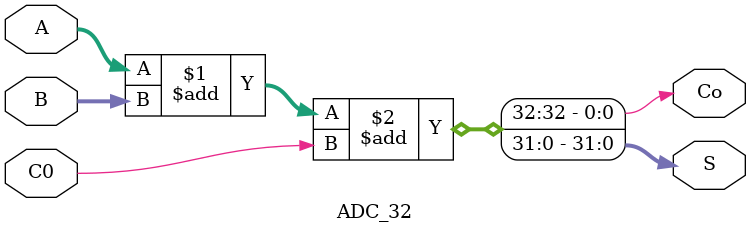
<source format=v>
`timescale 1ns / 1ps
module ADC_32(input [31:0] A, 			//´ø½øÎ»µÄ32Î»¼Ó¼õÆ÷£¬¿¼ÂÇÎÞ·ûºÅÊý¼æÈÝ¡£ÔÚÉè¼ÆALUµÄsltÖ¸ÁîÉÏÓÐÇø±ð
				 input [31:0] B, 
				 input C0,		//×îµÍ½øÎ»ÊäÈë
				 output [31:0] S,
				 output Co		//ÐÞ¸ÄÂß¼­·ûºÅ£¬½«½øÎ»·Ö¿ª

				  );
				  

	//wire B_Notation = C0 ^ 1'b0;
    //wire [31:0] B_Notation = B ^ {32{C0}};
    assign {Co,S} =  A + B + C0;
	//assign S = A+(B^{32{B_Notation}});
    //assign 

endmodule

</source>
